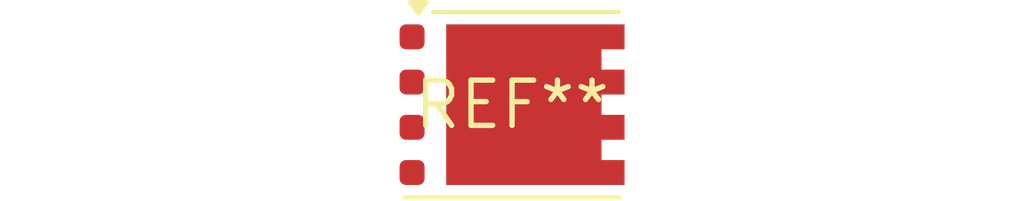
<source format=kicad_pcb>
(kicad_pcb (version 20240108) (generator pcbnew)
  (layers (0 "F.Cu" signal) (31 "B.Cu" signal) (34 "B.Paste" user) (35 "F.Paste" user) (36 "B.SilkS" user "B.Silkscreen") (37 "F.SilkS" user "F.Silkscreen") (38 "B.Mask" user) (39 "F.Mask" user) (44 "Edge.Cuts" user))
  (net 0 "")
  (footprint "VSONP-8-1EP_5x6_P1.27mm" (layer "F.Cu") (at 0 0)
    (property "Reference" "REF**")
    (property "Value" "VSONP-8-1EP_5x6_P1.27mm")
    (fp_line (start 3 -2.6) (end -2.22 -2.6) (layer "F.SilkS") (stroke (width 0.12)))
    (fp_line (start 3 2.6) (end -3 2.6) (layer "F.SilkS") (stroke (width 0.12)))
    (fp_poly (pts (xy -2.623514 -2.548919) (xy -2.863514 -2.878919) (xy -2.383514 -2.878919) (xy -2.623514 -2.548919)) (layer "F.SilkS") (stroke (width 0.12)) (fill solid))
    (pad "1" smd roundrect (at -2.8 -1.905) (size 0.7 0.7) (layers "F.Cu" "F.Paste" "F.Mask"))
    (pad "1" smd roundrect (at -2.8 -0.635) (size 0.7 0.7) (layers "F.Cu" "F.Paste" "F.Mask"))
    (pad "1" smd roundrect (at -2.8 0.635) (size 0.7 0.7) (layers "F.Cu" "F.Paste" "F.Mask"))
    (pad "2" smd roundrect (at -2.8 1.905) (size 0.7 0.7) (layers "F.Cu" "F.Paste" "F.Mask"))
    (pad "3" smd rect (at 0.33 0) (size 4.35 4.51) (layers "F.Cu" "F.Mask"))
    (pad "3" smd rect (at 2.8 -1.905) (size 0.7 0.7) (layers "F.Cu" "F.Paste" "F.Mask"))
    (pad "3" smd rect (at 2.8 -0.635) (size 0.7 0.7) (layers "F.Cu" "F.Paste" "F.Mask"))
    (pad "3" smd rect (at 2.8 0.635) (size 0.7 0.7) (layers "F.Cu" "F.Paste" "F.Mask"))
    (pad "3" smd rect (at 2.8 1.905) (size 0.7 0.7) (layers "F.Cu" "F.Paste" "F.Mask"))
  )
)
</source>
